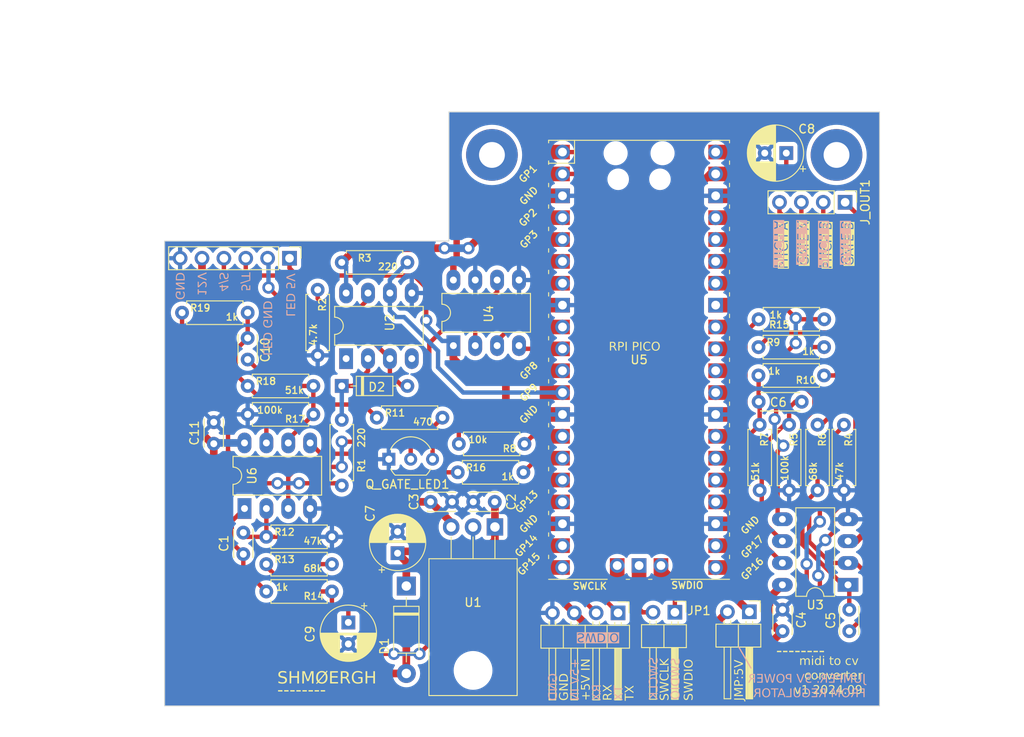
<source format=kicad_pcb>
(kicad_pcb (version 20240108) (generator "pcbnew") (generator_version "8.0")
  (layers (0 "F.Cu" signal) (31 "B.Cu" signal) (34 "B.Paste" user) (35 "F.Paste" user) (36 "B.SilkS" user "B.Silkscreen") (37 "F.SilkS" user "F.Silkscreen") (38 "B.Mask" user) (39 "F.Mask" user) (44 "Edge.Cuts" user))
  (net 0 "")
  (net 1 "Net-(D1-K)")
  (net 2 "GND")
  (net 3 "+12V")
  (net 4 "Net-(C5-Pad1)")
  (net 5 "Net-(U3A--)")
  (net 6 "Net-(C6-Pad1)")
  (net 7 "Net-(U3B--)")
  (net 8 "Net-(D2-K)")
  (net 9 "MIDI_5T")
  (net 10 "LED_GND")
  (net 11 "+5V")
  (net 12 "MIDI_4R")
  (net 13 "UART_TX")
  (net 14 "UART_RX")
  (net 15 "Net-(Q_GATE_LED1-B)")
  (net 16 "Net-(Q_GATE_LED1-C)")
  (net 17 "Net-(U2-VO1)")
  (net 18 "+3.3V")
  (net 19 "MIDI_IN")
  (net 20 "LED_OUT")
  (net 23 "DAC_A")
  (net 24 "DAC_CS")
  (net 25 "DAC_SCK")
  (net 26 "DAC_SDI")
  (net 48 "Net-(J_SWCLKDIO1-Pin_1)")
  (net 50 "Net-(J_SWCLKDIO1-Pin_2)")
  (net 51 "Net-(JP1-B)")
  (net 76 "Net-(U6A--)")
  (net 77 "Net-(C1-Pad1)")
  (net 78 "Net-(U3B-+)")
  (net 79 "Net-(U6B-+)")
  (net 80 "Net-(U6B--)")
  (net 81 "Net-(C10-Pad1)")
  (net 82 "PITCH_A")
  (net 83 "PITCH_B")
  (net 84 "GATE_B")
  (net 85 "GATE_A")
  (net 86 "GATE_A_TRIG")
  (net 87 "GATE_B_TRIG")
  (net 88 "DAC_B")
  (footprint "Capacitor_THT:CP_Radial_D6.3mm_P2.50mm" (layer "F.Cu") (at 143.168379 57.785 180)
    (property "Reference" "C8")
    (property "Value" "1u")
  )
  (footprint "MountingHole:MountingHole_3mm_Pad" (layer "F.Cu") (at 149 58)
    (property "Reference" "H2" (hide yes))
    (property "Value" "MountingHole")
  )
  (footprint "Shmoergh_Custom_Footprints:R_Axial_DIN0207_L6.3mm_D2.5mm_P7.62mm_Horizontal" (layer "F.Cu") (at 140.081 89.340867 -90)
    (property "Reference" "R7")
    (property "Value" "51k")
  )
  (footprint "Package_DIP:DIP-8_W7.62mm_LongPads" (layer "F.Cu") (at 150.334868 107.941129 180)
    (property "Reference" "U3")
    (property "Value" "LM358")
  )
  (footprint "Shmoergh_Custom_Footprints:R_Axial_DIN0207_L6.3mm_D2.5mm_P7.62mm_Horizontal" (layer "F.Cu") (at 90.424 108.712 180)
    (property "Reference" "R14")
    (property "Value" "1k")
  )
  (footprint "Connector_PinHeader_2.54mm:PinHeader_1x02_P2.54mm_Horizontal" (layer "F.Cu") (at 138.876458 111.070643 -90)
    (property "Reference" "JP1")
    (property "Value" "Jumper_2_Open")
  )
  (footprint "Connector_PinHeader_2.54mm:PinHeader_1x04_P2.54mm_Horizontal" (layer "F.Cu") (at 123.636458 111.197643 -90)
    (property "Reference" "J_SWD_IO1" (hide yes))
    (property "Value" "Conn_01x04")
  )
  (footprint "Shmoergh_Custom_Footprints:R_Axial_DIN0207_L6.3mm_D2.5mm_P7.62mm_Horizontal" (layer "F.Cu") (at 147.574 77.089 180)
    (property "Reference" "R15")
    (property "Value" "1k")
  )
  (footprint "Shmoergh_Custom_Footprints:R_Axial_DIN0207_L6.3mm_D2.5mm_P7.62mm_Horizontal" (layer "F.Cu") (at 80.645 84.836)
    (property "Reference" "R18")
    (property "Value" "51k")
  )
  (footprint "Capacitor_THT:C_Disc_D3.0mm_W2.0mm_P2.50mm" (layer "F.Cu") (at 101.874 98.298)
    (property "Reference" "C3")
    (property "Value" "100n")
  )
  (footprint "Package_DIP:DIP-8_W7.62mm_LongPads" (layer "F.Cu") (at 80.274 99.075 90)
    (property "Reference" "U6")
    (property "Value" "LM358")
  )
  (footprint "MountingHole:MountingHole_3mm_Pad" (layer "F.Cu") (at 109 58)
    (property "Reference" "H1" (hide yes))
    (property "Value" "MountingHole")
  )
  (footprint "Capacitor_THT:C_Disc_D3.0mm_W2.0mm_P2.50mm" (layer "F.Cu") (at 109.327 98.298 180)
    (property "Reference" "C2")
    (property "Value" "330n")
  )
  (footprint "Shmoergh_Custom_Footprints:R_Axial_DIN0207_L6.3mm_D2.5mm_P7.62mm_Horizontal" (layer "F.Cu") (at 139.940528 80.323867)
    (property "Reference" "R9")
    (property "Value" "1k")
  )
  (footprint "Capacitor_THT:CP_Radial_D6.3mm_P2.50mm" (layer "F.Cu") (at 98.044 104.267 90)
    (property "Reference" "C7")
    (property "Value" "10u")
  )
  (footprint "Capacitor_THT:C_Disc_D3.0mm_W2.0mm_P2.50mm" (layer "F.Cu") (at 80.645 79.268 -90)
    (property "Reference" "C10")
    (property "Value" "22p")
  )
  (footprint "Package_TO_SOT_THT:TO-220-3_Horizontal_TabDown" (layer "F.Cu") (at 109.347 101.219 180)
    (property "Reference" "U1")
    (property "Value" "LM7805_TO220")
  )
  (footprint "Shmoergh_Custom_Footprints:R_Axial_DIN0207_L6.3mm_D2.5mm_P7.62mm_Horizontal" (layer "F.Cu") (at 146.798528 89.340867 -90)
    (property "Reference" "R6")
    (property "Value" "68k")
  )
  (footprint "Shmoergh_Custom_Footprints:R_Axial_DIN0207_L6.3mm_D2.5mm_P7.62mm_Horizontal" (layer "F.Cu") (at 95.631 88.519)
    (property "Reference" "R11")
    (property "Value" "470")
  )
  (footprint "Diode_THT:D_DO-41_SOD81_P10.16mm_Horizontal" (layer "F.Cu") (at 99.06 108.077 -90)
    (property "Reference" "D1")
    (property "Value" "1N4001")
  )
  (footprint "Capacitor_THT:C_Disc_D3.0mm_W2.0mm_P2.50mm" (layer "F.Cu") (at 80.137 104.374 90)
    (property "Reference" "C1")
    (property "Value" "22p")
  )
  (footprint "Package_TO_SOT_THT:TO-92_Inline_Wide" (layer "F.Cu") (at 97.028 93.345)
    (property "Reference" "Q_GATE_LED1")
    (property "Value" "2N3904")
  )
  (footprint "Connector_PinHeader_2.54mm:PinHeader_1x04_P2.54mm_Vertical" (layer "F.Cu") (at 150 63.5 -90)
    (property "Reference" "J_OUT1")
    (property "Value" "Conn_01x04")
  )
  (footprint "Capacitor_THT:CP_Radial_D6.3mm_P2.50mm" (layer "F.Cu") (at 92.329 112.308 -90)
    (property "Reference" "C9")
    (property "Value" "1u")
  )
  (footprint "Shmoergh_Custom_Footprints:R_Axial_DIN0207_L6.3mm_D2.5mm_P7.62mm_Horizontal" (layer "F.Cu") (at 73.025 76.327)
    (property "Reference" "R19")
    (property "Value" "1k")
  )
  (footprint "Shmoergh_Custom_Footprints:R_Axial_DIN0207_L6.3mm_D2.5mm_P7.62mm_Horizontal" (layer "F.Cu") (at 147.554967 83.615908 180)
    (property "Reference" "R10")
    (property "Value" "1k")
  )
  (footprint "Shmoergh_Custom_Footprints:R_Axial_DIN0207_L6.3mm_D2.5mm_P7.62mm_Horizontal" (layer "F.Cu") (at 143.496528 89.340867 -90)
    (property "Reference" "R5")
    (property "Value" "100k")
  )
  (footprint "Capacitor_THT:C_Disc_D4.3mm_W1.9mm_P5.00mm" (layer "F.Cu") (at 139.960528 86.673867)
    (property "Reference" "C6")
    (property "Value" "22p")
  )
  (footprint "Shmoergh_Custom_Footprints:R_Axial_DIN0207_L6.3mm_D2.5mm_P7.62mm_Horizontal" (layer "F.Cu") (at 149.86 89.340867 -90)
    (property "Reference" "R4")
    (property "Value" "47k")
  )
  (footprint "Shmoergh_Custom_Footprints:R_Axial_DIN0207_L6.3mm_D2.5mm_P7.62mm_Horizontal" (layer "F.Cu") (at 91.567 88.773 -90)
    (property "Reference" "R1")
    (property "Value" "220")
  )
  (footprint "Capacitor_THT:C_Disc_D3.0mm_W2.0mm_P2.50mm" (layer "F.Cu") (at 76.708 91.547 90)
    (property "Reference" "C11")
    (property "Value" "100n")
  )
  (footprint "Shmoergh_Custom_Footprints:R_Axial_DIN0207_L6.3mm_D2.5mm_P7.62mm_Horizontal" (layer "F.Cu") (at 91.564061 70.485)
    (property "Reference" "R3")
    (property "Value" "220")
  )
  (footprint "Shmoergh_Custom_Footprints:R_Axial_DIN0207_L6.3mm_D2.5mm_P7.62mm_Horizontal" (layer "F.Cu") (at 88.770061 73.66 -90)
    (property "Reference" "R2")
    (property "Value" "4.7k")
  )
  (footprint "Shmoergh_Custom_Footprints:R_Axial_DIN0207_L6.3mm_D2.5mm_P7.62mm_Horizontal" (layer "F.Cu") (at 88.265 88.138 180)
    (property "Reference" "R17")
    (property "Value" "100k")
  )
  (footprint "MCU_RaspberryPi_and_Boards:RPi_Pico_SMD_TH" (layer "F.Cu") (at 126.07944 81.797)
    (property "Reference" "U5")
    (property "Value" "Pico")
  )
  (footprint "Capacitor_THT:C_Disc_D3.0mm_W2.0mm_P2.50mm" (layer "F.Cu") (at 150.481528 110.823867 -90)
    (property "Reference" "C5")
    (property "Value" "22p")
  )
  (footprint "Shmoergh_Custom_Footprints:R_Axial_DIN0207_L6.3mm_D2.5mm_P7.62mm_Horizontal" (layer "F.Cu") (at 112.776 91.567 180)
    (property "Reference" "R8")
    (property "Value" "10k")
  )
  (footprint "Capacitor_THT:C_Disc_D3.0mm_W2.0mm_P2.50mm" (layer "F.Cu") (at 142.734528 113.323867 90)
    (property "Reference" "C4")
    (property "Value" "100n")
  )
  (footprint "Diode_THT:D_DO-35_SOD27_P7.62mm_Horizontal" (layer "F.Cu") (at 91.564061 84.836)
    (property "Reference" "D2")
    (property "Value" "1N4148")
  )
  (footprint "Shmoergh_Custom_Footprints:R_Axial_DIN0207_L6.3mm_D2.5mm_P7.62mm_Horizontal" (layer "F.Cu") (at 105.029 94.869)
    (property "Reference" "R16")
    (property "Value" "1k")
  )
  (footprint "Connector_PinHeader_2.54mm:PinHeader_1x06_P2.54mm_Vertical" (layer "F.Cu") (at 85.5 70 -90)
    (property "Reference" "J_IN1" (hide yes))
    (property "Value" "Conn_01x06")
  )
  (footprint "Connector_PinHeader_2.54mm:PinHeader_1x02_P2.54mm_Horizontal" (layer "F.Cu") (at 130.235458 111.127643 -90)
    (property "Reference" "J_SWCLKDIO1" (hide yes))
    (property "Value" "Conn_01x02")
  )
  (footprint "Package_DIP:DIP-8_W7.62mm_LongPads" (layer "F.Cu") (at 104.521 80.152 90)
    (property "Reference" "U4")
    (property "Value" "MCP4822")
  )
  (footprint "Shmoergh_Custom_Footprints:R_Axial_DIN0207_L6.3mm_D2.5mm_P7.62mm_Horizontal" (layer "F.Cu") (at 82.804 105.537)
    (property "Reference" "R13")
    (property "Value" "68k")
  )
  (footprint "Shmoergh_Custom_Footprints:R_Axial_DIN0207_L6.3mm_D2.5mm_P7.62mm_Horizontal" (layer "F.Cu") (at 82.804 102.362)
    (property "Reference" "R12")
    (property "Value" "47k")
  )
  (footprint "Package_DIP:DIP-8_W7.62mm_LongPads" (layer "F.Cu") (at 92.072061 81.661 90)
    (property "Reference" "U2")
    (property "Value" "6N138")
  )
  (gr_line (start 139.065 117.602) (end 137.668 115.189) (stroke (width 0.15)) (layer "B.SilkS"))
  (gr_poly (pts (xy 104 53) (xy 154 53) (xy 154 122) (xy 71 122) (xy 71 68) (xy 104 68)) (stroke (width 0.1)) (fill none) (layer "Edge.Cuts"))
  (gr_text "GATE B" (at 149.352 65.659 270) (layer "B.SilkS" knockout) (effects (font (size 1 1)) (justify right bottom mirror)))
  (gr_text "JUMPER: 5V POWER \nFROM REGULATOR" (at 152.4 121.158 0) (layer "B.SilkS") (effects (font (size 1 1)) (justify left bottom mirror)))
  (gr_text "12V" (at 74.676 71.628 270) (layer "B.SilkS") (effects (font (size 1 1)) (justify right bottom mirror)))
  (gr_text "LED GND" (at 82.296 74.93 270) (layer "B.SilkS") (effects (font (size 1 1)) (justify right bottom mirror)))
  (gr_text "GND" (at 116.713 121.412 90) (layer "B.SilkS") (effects (font (size 1 1)) (justify right bottom mirror)))
  (gr_text "+5V IN" (at 119.253 121.412 90) (layer "B.SilkS") (effects (font (size 1 1)) (justify right bottom mirror)))
  (gr_text "LED 5V" (at 84.963 71.755 270) (layer "B.SilkS") (effects (font (size 1 1)) (justify right bottom mirror)))
  (gr_text "SWCLK" (at 128.397 121.285 90) (layer "B.SilkS") (effects (font (size 1 1)) (justify right bottom mirror)))
  (gr_text "5/T" (at 79.756 71.628 270) (layer "B.SilkS") (effects (font (size 1 1)) (justify right bottom mirror)))
  (gr_text "SWDIO" (at 130.937 121.285 90) (layer "B.SilkS") (effects (font (size 1 1)) (justify right bottom mirror)))
  (gr_text "PITCH B" (at 146.812 65.659 270) (layer "B.SilkS" knockout) (effects (font (size 1 1)) (justify right bottom mirror)))
  (gr_text "GATE A" (at 144.272 65.659 270) (layer "B.SilkS" knockout) (effects (font (size 1 1)) (justify right bottom mirror)))
  (gr_text "PITCH A" (at 141.605 65.659 270) (layer "B.SilkS" knockout) (effects (font (size 1 1)) (justify right bottom mirror)))
  (gr_text "TX" (at 124.333 121.412 90) (layer "B.SilkS") (effects (font (size 1 1)) (justify right bottom mirror)))
  (gr_text "RX" (at 121.793 121.412 90) (layer "B.SilkS") (effects (font (size 1 1)) (justify right bottom mirror)))
  (gr_text "    SWDIO    " (at 117.094 113.411 180) (layer "B.SilkS" knockout) (effects (font (size 1 1)) (justify left bottom mirror)))
  (gr_text "GND" (at 72.136 71.628 270) (layer "B.SilkS") (effects (font (size 1 1)) (justify right bottom mirror)))
  (gr_text "4/S" (at 77.216 71.628 270) (layer "B.SilkS") (effects (font (size 1 1)) (justify right bottom mirror)))
  (gr_text "+5V IN" (at 120.523 121.412 90) (layer "F.SilkS") (effects (font (size 1 1)) (justify left bottom)))
  (gr_text "RX" (at 123.063 121.412 90) (layer "F.SilkS") (effects (font (size 1 1)) (justify left bottom)))
  (gr_text "RPI PICO" (at 122.555 80.899 0) (layer "F.SilkS") (effects (font (size 1 1)) (justify left bottom)))
  (gr_text "GATE B" (at 151.13 65.786 90) (layer "F.SilkS" knockout) (effects (font (size 1 1)) (justify right bottom)))
  (gr_text "midi to cv \nconverter\nv1 2024.09" (at 152.019 120.777 0) (layer "F.SilkS") (effects (font (size 1 1)) (justify right bottom)))
  (gr_text "GATE A" (at 145.923 65.786 90) (layer "F.SilkS" knockout) (effects (font (size 1 1)) (justify right bottom)))
  (gr_text "PITCH A" (at 143.51 65.786 90) (layer "F.SilkS" knockout) (effects (font (size 1 1)) (justify right bottom)))
  (gr_text "JMP:5V" (at 138.303 121.412 90) (layer "F.SilkS") (effects (font (size 1 1)) (justify left bottom)))
  (gr_text "--------" (at 84.074 121.031 0) (layer "F.SilkS") (effects (font (size 1.4 1.4)) (justify left bottom)))
  (gr_text "PITCH B" (at 148.59 65.786 90) (layer "F.SilkS" knockout) (effects (font (size 1 1)) (justify right bottom)))
  (gr_text "TX" (at 125.603 121.412 90) (layer "F.SilkS") (effects (font (size 1 1)) (justify left bottom)))
  (gr_text "SWDIO" (at 132.461 121.412 90) (layer "F.SilkS") (effects (font (size 1 1)) (justify left bottom)))
  (gr_text "SWCLK" (at 129.667 121.412 90) (layer "F.SilkS") (effects (font (size 1 1)) (justify left bottom)))
  (gr_text "SHMØERGH" (at 84.074 119.633999 0) (layer "F.SilkS") (effects (font (size 1.4 1.4)) (justify left bottom)))
  (gr_text "--------" (at 141.986 116.459 0) (layer "F.SilkS") (effects (font (size 1.4 1.4)) (justify left bottom)))
  (gr_text "GND" (at 117.983 121.412 90) (layer "F.SilkS") (effects (font (size 1 1)) (justify left bottom)))
  (segment (start 99.06 108.077) (end 99.06 105.283) (width 0.889) (layer "F.Cu") (net 1))
  (segment (start 98.258621 104.052379) (end 108.037621 104.052379) (width 0.889) (layer "F.Cu") (net 1))
  (segment (start 109.347 98.318) (end 109.327 98.298) (width 0.889) (layer "F.Cu") (net 1))
  (segment (start 99.06 105.283) (end 98.044 104.267) (width 0.889) (layer "F.Cu") (net 1))
  (segment (start 98.044 104.267) (end 98.258621 104.052379) (width 0.889) (layer "F.Cu") (net 1))
  (segment (start 108.037621 104.052379) (end 109.347 102.743) (width 0.889) (layer "F.Cu") (net 1))
  (segment (start 109.347 101.219) (end 109.347 98.318) (width 0.889) (layer "F.Cu") (net 1))
  (segment (start 109.347 102.743) (end 109.347 101.219) (width 0.889) (layer "F.Cu") (net 1))
  (segment (start 99.06 118.237) (end 99.06 114.808) (width 0.889) (layer "F.Cu") (net 3))
  (segment (start 79.629 118.237) (end 99.06 118.237) (width 0.889) (layer "F.Cu") (net 3))
  (segment (start 75.34 86.331) (end 75.34 70) (width 0.889) (layer "F.Cu") (net 3))
  (segment (start 100.838 113.03) (end 110.363 113.03) (width 0.889) (layer "F.Cu") (net 3))
  (segment (start 99.06 114.808) (end 100.838 113.03) (width 0.889) (layer "F.Cu") (net 3))
  (segment (start 139.853395 116.205) (end 142.734528 113.323867) (width 0.889) (layer "F.Cu") (net 3))
  (segment (start 142.333528 113.323867) (end 141.210628 112.200967) (width 0.889) (layer "F.Cu") (net 3))
  (segment (start 74.676 86.995) (end 75.34 86.331) (width 0.889) (layer "F.Cu") (net 3))
  (segment (start 110.363 113.03) (end 113.538 116.205) (width 0.889) (layer "F.Cu") (net 3))
  (segment (start 76.708 91.547) (end 76.5075 91.547) (width 0.889) (layer "F.Cu") (net 3))
  (segment (start 142.734528 113.323867) (end 142.333528 113.323867) (width 0.889) (layer "F.Cu") (net 3))
  (segment (start 141.210628 109.445369) (end 142.714868 107.941129) (width 0.889) (layer "F.Cu") (net 3))
  (segment (start 76.708 115.316) (end 79.629 118.237) (width 0.889) (layer "F.Cu") (net 3))
  (segment (start 113.538 116.205) (end 139.853395 116.205) (width 0.889) (layer "F.Cu") (net 3))
  (segment (start 74.676 89.7155) (end 74.676 86.995) (width 0.889) (layer "F.Cu") (net 3))
  (segment (start 76.708 91.547) (end 76.708 115.316) (width 0.889) (layer "F.Cu") (net 3))
  (segment (start 76.5075 91.547) (end 74.676 89.7155) (width 0.889) (layer "F.Cu") (net 3))
  (segment (start 141.210628 112.200967) (end 141.210628 109.445369) (width 0.889) (layer "F.Cu") (net 3))
  (segment (start 80.274 91.455) (end 76.8 91.455) (width 0.889) (layer "B.Cu") (net 3))
  (segment (start 76.8 91.455) (end 76.708 91.547) (width 0.889) (layer "B.Cu") (net 3))
  (segment (start 145.034 103.251) (end 149.724129 107.941129) (width 0.508) (layer "F.Cu") (net 4))
  (segment (start 146.036528 80.323867) (end 145.034 81.326395) (width 0.508) (layer "F.Cu") (net 4))
  (segment (start 145.034 81.326395) (end 145.034 84.679552) (width 0.508) (layer "F.Cu") (net 4))
  (segment (start 147.560528 80.323867) (end 146.036528 80.323867) (width 0.508) (layer "F.Cu") (net 4))
  (segment (start 145.034 84.679552) (end 146.431 86.076552) (width 0.508) (layer "F.Cu") (net 4))
  (segment (start 149.724129 107.941129) (end 150.334868 107.941129) (width 0.508) (layer "F.Cu") (net 4))
  (segment (start 150.481528 108.087789) (end 150.334868 107.941129) (width 0.508) (layer "F.Cu") (net 4))
  (segment (start 145.034 88.996341) (end 145.034 103.251) (width 0.508) (layer "F.Cu") (net 4))
  (segment (start 146.431 86.076552) (end 146.431 87.599341) (width 0.508) (layer "F.Cu") (net 4))
  (segment (start 146.431 87.599341) (end 145.034 88.996341) (width 0.508) (layer "F.Cu") (net 4))
  (segment (start 150.481528 110.823867) (end 150.481528 108.087789) (width 0.508) (layer "F.Cu") (net 4))
  (segment (start 146.798528 96.960867) (end 146.798528 92.515867) (width 0.508) (layer "F.Cu") (net 5))
  (segment (start 148.297681 105.401129) (end 150.334868 105.401129) (width 0.508) (layer "F.Cu") (net 5))
  (segment (start 152.654 111.151395) (end 152.654 106.812261) (width 0.508) (layer "F.Cu") (net 5))
  (segment (start 145.8214 97.937995) (end 145.8214 102.924848) (width 0.508) (layer "F.Cu") (net 5))
  (segment (start 146.798528 96.960867) (end 145.8214 97.937995) (width 0.508) (layer "F.Cu") (net 5))
  (segment (start 146.798528 92.515867) (end 149.86 89.454395) (width 0.508) (layer "F.Cu") (net 5))
  (segment (start 151.242868 105.401129) (end 150.334868 105.401129) (width 0.508) (layer "F.Cu") (net 5))
  (segment (start 150.481528 113.323867) (end 152.654 111.151395) (width 0.508) (layer "F.Cu") (net 5))
  (segment (start 152.654 106.812261) (end 151.242868 105.401129) (width 0.508) (layer "F.Cu") (net 5))
  (segment (start 145.8214 102.924848) (end 148.297681 105.401129) (width 0.508) (layer "F.Cu") (net 5))
  (segment (start 149.86 89.454395) (end 149.86 89.340867) (width 0.508) (layer "F.Cu") (net 5))
  (segment (start 139.960528 83.641469) (end 139.934967 83.615908) (width 0.508) (layer "F.Cu") (net 6))
  (segment (start 140.081 86.794339) (end 139.960528 86.673867) (width 0.508) (layer "F.Cu") (net 6))
  (segment (start 139.960528 86.673867) (end 139.960528 83.641469) (width 0.508) (layer "F.Cu") (net 6))
  (segment (start 138.303 91.118867) (end 140.081 89.340867) (width 0.508) (layer "F.Cu") (net 6))
  (segment (start 142.714868 105.401129) (end 138.303 100.989261) (width 0.508) (layer "F.Cu") (net 6))
  (segment (start 138.303 100.989261) (end 138.303 91.118867) (width 0.508) (layer "F.Cu") (net 6))
  (segment (start 140.081 89.340867) (end 140.081 86.794339) (width 0.508) (layer "F.Cu") (net 6))
  (segment (start 144.212133 86.673867) (end 143.496528 87.389472) (width 0.508) (layer "F.Cu") (net 7))
  (segment (start 140.321528 96.720339) (end 140.321528 91.961472) (width 0.508) (layer "F.Cu") (net 7))
  (segment (start 142.942133 89.340867) (end 143.496528 89.340867) (width 0.508) (layer "F.Cu") (net 7))
  (segment (start 140.321528 100.467789) (end 140.321528 97.201395) (width 0.508) (layer "F.Cu") (net 7))
  (segment (start 140.321528 97.201395) (end 140.081 96.960867) (width 0.508) (layer "F.Cu") (net 7))
  (segment (start 144.960528 86.673867) (end 144.212133 86.673867) (width 0.508) (layer "F.Cu") (net 7))
  (segment (start 140.081 96.960867) (end 140.321528 96.720339) (width 0.508) (layer "F.Cu") (net 7))
  (segment (start 140.321528 91.961472) (end 142.942133 89.340867) (width 0.508) (layer "F.Cu") (net 7))
  (segment (start 143.496528 87.389472) (end 143.496528 89.340867) (width 0.508) (layer "F.Cu") (net 7))
  (segment (start 142.714868 102.861129) (end 140.321528 100.467789) (width 0.508) (layer "F.Cu") (net 7))
  (segment (start 91.564061 84.836) (end 92.872061 84.836) (width 0.508) (layer "F.Cu") (net 8))
  (segment (start 94.612061 83.096) (end 94.612061 81.661) (width 0.508) (layer "F.Cu") (net 8))
  (segment (start 91.567 84.838939) (end 91.564061 84.836) (width 0.508) (layer "F.Cu") (net 8))
  (segment (start 92.872061 84.836) (end 94.612061 83.096) (width 0.508) (layer "F.Cu") (net 8))
  (segment (start 91.567 84.838939) (end 91.564061 84.836) (width 0.508) (layer "B.Cu") (net 8))
  (segment (start 91.567 88.773) (end 91.567 84.838939) (width 0.508) (layer "B.Cu") (net 8))
  (segment (start 99.184061 84.836) (end 98.554061 84.836) (width 0.508) (layer "F.Cu") (net 9))
  (segment (start 84.582 72.009) (end 80.899 72.009) (width 0.508) (layer "F.Cu") (net 9))
  (segment (start 80.899 72.009) (end 80.42 71.53) (width 0.508) (layer "F.Cu") (net 9))
  (segment (start 97.152061 81.661) (end 93.596061 78.105) (width 0.508) (layer "F.Cu") (net 9))
  (segment (start 80.42 71.53) (end 80.42 70) (width 0.508) (layer "F.Cu") (net 9))
  (segment (start 98.554061 84.836) (end 97.152061 83.434) (width 0.508) (layer "F.Cu") (net 9))
  (segment (start 90.678 78.105) (end 84.582 72.009) (width 0.508) (layer "F.Cu") (net 9))
  (segment (start 97.152061 83.434) (end 97.152061 81.661) (width 0.508) (layer "F.Cu") (net 9))
  (segment (start 93.596061 78.105) (end 90.678 78.105) (width 0.508) (layer "F.Cu") (net 9))
  (segment (start 86.233 82.296) (end 86.995 83.058) (width 0.508) (layer "F.Cu") (net 10))
  (segment (start 86.995 83.058) (end 89.281 83.058) (width 0.508) (layer "F.Cu") (net 10))
  (segment (start 86.233 76.581) (end 86.233 82.296) (width 0.508) (layer "F.Cu") (net 10))
  (segment (start 89.916 86.487) (end 90.424 86.995) (width 0.508) (layer "F.Cu") (net 10))
  (segment (start 89.281 83.058) (end 89.916 83.693) (width 0.508) (layer "F.Cu") (net 10))
  (segment (start 89.916 83.693) (end 89.916 86.487) (width 0.508) (layer "F.Cu") (net 10))
  (segment (start 94.107 86.995) (end 95.631 88.519) (width 0.508) (layer "F.Cu") (net 10))
  (segment (start 83.058 73.406) (end 86.233 76.581) (width 0.508) (layer "F.Cu") (net 10))
  (segment (start 90.424 86.995) (end 94.107 86.995) (width 0.508) (layer "F.Cu") (net 10))
  (via (at 83.058 73.406) (size 1.4224) (drill 0.8128) (layers "F.Cu" "B.Cu") (net 10))
  (segment (start 83.058 70.098) (end 82.96 70) (width 0.508) (layer "B.Cu") (net 10))
  (segment (start 83.058 73.406) (end 83.058 70.098) (width 0.508) (layer "B.Cu") (net 10))
  (segment (start 134.96944 60.207) (end 134.36164 60.207) (width 0.889) (layer "F.Cu") (net 11))
  (segment (start 99.945773 72.009) (end 86.36 72.009) (width 0.508) (layer "F.Cu") (net 11))
  (segment (start 131.318 63.25064) (end 131.318 106.553) (width 0.889) (layer "F.Cu") (net 11))
  (segment (start 113.157 108.204) (end 113.157 98.552) (width 0.889) (layer "F.Cu") (net 11))
  (segment (start 133.604 108.839) (end 136.644815 108.839) (width 0.889) (layer "F.Cu") (net 11))
  (segment (start 86.36 72.009) (end 85.5 71.149) (width 0.508) (layer "F.Cu") (net 11))
  (segment (start 116.070815 108.712) (end 113.665 108.712) (width 0.889) (layer "F.Cu") (net 11))
  (segment (start 118.556458 111.197643) (end 116.070815 108.712) (width 0.889) (layer "F.Cu") (net 11))
  (segment (start 113.157 98.552) (end 110.617 96.012) (width 0.889) (layer "F.Cu") (net 11))
  (segment (start 134.36164 60.207) (end 131.318 63.25064) (width 0.889) (layer "F.Cu") (net 11))
  (segment (start 85.5 71.149) (end 85.5 70) (width 0.508) (layer "F.Cu") (net 11))
  (segment (start 121.150815 113.792) (end 130.81 113.792) (width 0.889) (layer "F.Cu") (net 11))
  (segment (start 133.604 110.998) (end 133.604 108.839) (width 0.889) (layer "F.Cu") (net 11))
  (segment (start 106.172 83.312) (end 104.521 81.661) (width 0.889) (layer "F.Cu") (net 11))
  (segment (start 131.318 106.553) (end 133.604 108.839) (width 0.889) (layer "F.Cu") (net 11))
  (segment (start 104.521 81.661) (end 104.521 80.152) (width 0.889) (layer "F.Cu") (net 11))
  (segment (start 101.3714 73.434627) (end 99.945773 72.009) (width 0.508) (layer "F.Cu") (net 11))
  (segment (start 130.81 113.792) (end 133.604 110.998) (width 0.889) (layer "F.Cu") (net 11))
  (segment (start 101.3714 77.216) (end 101.3714 73.434627) (width 0.508) (layer "F.Cu") (net 11))
  (segment (start 113.665 108.712) (end 113.157 108.204) (width 0.889) (layer "F.Cu") (net 11))
  (segment (start 118.556458 111.197643) (end 121.150815 113.792) (width 0.889) (layer "F.Cu") (net 11))
  (segment (start 110.617 96.012) (end 110.617 84.455) (width 0.889) (layer "F.Cu") (net 11))
  (segment (start 110.617 84.455) (end 109.474 83.312) (width 0.889) (layer "F.Cu") (net 11))
  (segment (start 109.474 83.312) (end 106.172 83.312) (width 0.889) (layer "F.Cu") (net 11))
  (segment (start 136.644815 108.839) (end 138.876458 111.070643) (width 0.889) (layer "F.Cu") (net 11))
  (via (at 101.3714 77.216) (size 1.4224) (drill 0.8128) (layers "F.Cu" "B.Cu") (net 11))
  (segment (start 101.3714 77.216) (end 101.3714 77.7494) (width 0.508) (layer "B.Cu") (net 11))
  (segment (start 85.471 70.029) (end 85.5 70) (width 0.508) (layer "B.Cu") (net 11))
  (segment (start 101.3714 77.7494) (end 103.224417 79.602417) (width 0.508) (layer "B.Cu") (net 11))
  (segment (start 103.971417 79.602417) (end 104.521 80.152) (width 0.508) (layer "B.Cu") (net 11))
  (segment (start 103.224417 79.602417) (end 103.971417 79.602417) (width 0.508) (layer "B.Cu") (net 11))
  (segment (start 78.359 92.416913) (end 78.359 73.787) (width 0.508) (layer "F.Cu") (net 12))
  (segment (start 82.081087 96.139) (end 78.359 92.416913) (width 0.508) (layer "F.Cu") (net 12))
  (segment (start 77.88 73.308) (end 77.88 70) (width 0.508) (layer "F.Cu") (net 12))
  (segment (start 91.313 96.139) (end 86.5986 96.139) (width 0.508) (layer "F.Cu") (net 12))
  (segment (start 84.1094 96.139) (end 82.081087 96.139) (width 0.508) (layer "F.Cu") (net 12))
  (segment (start 91.567 96.393) (end 91.313 96.139) (width 0.508) (layer "F.Cu") (net 12))
  (segment (start 78.359 73.787) (end 77.88 73.308) (width 0.508) (layer "F.Cu") (net 12))
  (via (at 86.5986 96.139) (size 1.4224) (drill 0.8128) (layers "F.Cu" "B.Cu") (net 12))
  (via (at 84.1094 96.139) (size 1.4224) (drill 0.8128) (layers "F.Cu" "B.Cu") (net 12))
  (segment (start 86.5986 96.139) (end 84.1094 96.139) (width 0.508) (layer "B.Cu") (net 12))
  (segment (start 121.539 59.309) (end 119.897 57.667) (width 0.508) (layer "F.Cu") (net 13))
  (segment (start 123.636458 111.197643) (end 121.539 109.100185) (width 0.508) (layer "F.Cu") (net 13))
  (segment (start 119.897 57.667) (end 117.18944 57.667) (width 0.508) (layer "F.Cu") (net 13))
  (segment (start 121.539 109.100185) (end 121.539 59.309) (width 0.508) (layer "F.Cu") (net 13))
  (segment (start 120.015 110.116185) (end 120.015 60.579) (width 0.508) (layer "F.Cu") (net 14))
  (segment (start 119.643 60.207) (end 117.18944 60.207) (width 0.508) (layer "F.Cu") (net 14))
  (segment (start 120.015 60.579) (end 119.643 60.207) (width 0.508) (layer "F.Cu") (net 14))
  (segment (start 121.096458 111.197643) (end 120.015 110.116185) (width 0.508) (layer "F.Cu") (net 14))
  (segment (start 104.013 86.868) (end 105.156 88.011) (width 0.508) (layer "F.Cu") (net 15))
  (segment (start 99.568 93.345) (end 99.568 89.281) (width 0.508) (layer "F.Cu") (net 15))
  (segment (start 101.981 86.868) (end 104.013 86.868) (width 0.508) (layer "F.Cu") (net 15))
  (segment (start 105.156 88.011) (end 105.156 91.567) (width 0.508) (layer "F.Cu") (net 15))
  (segment (start 99.568 89.281) (end 101.981 86.868) (width 0.508) (layer "F.Cu") (net 15))
  (segment (start 102.108 93.345) (end 102.108 89.662) (width 0.508) (layer "F.Cu") (net 16))
  (segment (start 102.108 89.662) (end 103.251 88.519) (width 0.508) (layer "F.Cu") (net 16))
  (segment (start 90.284061 76.185) (end 93.205061 76.185) (width 0.508) (layer "F.Cu") (net 17))
  (segment (start 88.770061 73.66) (end 88.770061 74.671) (width 0.508) (layer "F.Cu") (net 17))
  (segment (start 93.205061 76.185) (end 94.612061 74.778) (width 0.508) (layer "F.Cu") (net 17))
  (segment (start 94.612061 74.778) (end 94.612061 74.041) (width 0.508) (layer "F.Cu") (net 17))
  (segment (start 88.770061 74.671) (end 90.284061 76.185) (width 0.508) (layer "F.Cu") (net 17))
  (segment (start 106.2676 68.834) (end 113.411 61.6906) (width 0.889) (layer "F.Cu") (net 18))
  (segment (start 91.564061 70.485) (end 93.215061 68.834) (width 0.889) (layer "F.Cu") (net 18))
  (segment (start 137.37724 67.827) (end 134.96944 67.827) (width 0.889) (layer "F.Cu") (net 18))
  (segment (start 114.808 55.118) (end 138.049 55.118) (width 0.889) (layer "F.Cu") (net 18))
  (segment (start 113.411 61.6906) (end 113.411 56.515) (width 0.889) (layer "F.Cu") (net 18))
  (segment (start 138.938 66.26624) (end 137.37724 67.827) (width 0.889) (layer "F.Cu") (net 18))
  (segment (start 113.411 56.515) (end 114.808 55.118) (width 0.889) (layer "F.Cu") (net 18))
  (segment (start 93.215061 68.834) (end 103.505 68.834) (width 0.889) (layer "F.Cu") (net 18))
  (segment (start 138.049 55.118) (end 138.938 56.007) (width 0.889) (layer "F.Cu") (net 18))
  (segment (start 138.938 56.007) (end 138.938 66.26624) (width 0.889) (layer "F.Cu") (net 18))
  (via (at 106.2676 68.834) (size 1.4224) (drill 0.8128) (layers "F.Cu" "B.Cu") (net 18))
  (via (at 103.505 68.834) (size 1.4224) (drill 0.8128) (layers "F.Cu" "B.Cu") (net 18))
  (segment (start 92.072061 74.041) (end 92.072061 70.993) (width 0.508) (layer "B.Cu") (net 18))
  (segment (start 103.505 68.834) (end 106.2676 68.834) (width 0.889) (layer "B.Cu") (net 18))
  (segment (start 92.072061 70.993) (end 91.564061 70.485) (width 0.508) (layer "B.Cu") (net 18))
  (segment (start 98.806 76.835) (end 102.743 80.772) (width 0.508) (layer "B.Cu") (net 19))
  (segment (start 105.664 85.598) (end 116.078 85.598) (width 0.508) (layer "B.Cu") (net 19))
  (segment (start 97.152061 74.041) (end 97.152061 72.517) (width 0.508) (layer "B.Cu") (net 19))
  (segment (start 116.078 85.598) (end 116.087 85.607) (width 0.508) (layer "B.Cu") (net 19))
  (segment (start 97.152061 72.517) (end 99.184061 70.485) (width 0.508) (layer "B.Cu") (net 19))
  (segment (start 116.087 85.607) (end 117.18944 85.607) (width 0.508) (layer "B.Cu") (net 19))
  (segment (start 102.743 80.772) (end 102.743 82.677) (width 0.508) (layer "B.Cu") (net 19))
  (segment (start 102.743 82.677) (end 105.664 85.598) (width 0.508) (layer "B.Cu") (net 19))
  (segment (start 97.917 76.835) (end 98.806 76.835) (width 0.508) (layer "B.Cu") (net 19))
  (segment (start 97.152061 76.070061) (end 97.917 76.835) (width 0.508) (layer "B.Cu") (net 19))
  (segment (start 97.152061 74.041) (end 97.152061 76.070061) (width 0.508) (layer "B.Cu") (net 19))
  (segment (start 117.18944 90.687) (end 113.656 90.687) (width 0.508) (layer "F.Cu") (net 20))
  (segment (start 113.656 90.687) (end 112.776 91.567) (width 0.508) (layer "F.Cu") (net 20))
  (segment (start 151.892 53.721) (end 153.162 54.991) (width 0.75) (layer "F.Cu") (net 23))
  (segment (start 104.902 70.358) (end 104.902 55.753) (width 0.75) (layer "F.Cu") (net 23))
  (segment (start 104.521 72.532) (end 104.521 70.739) (width 0.75) (layer "F.Cu") (net 23))
  (segment (start 104.521 70.739) (end 104.902 70.358) (width 0.75) (layer "F.Cu") (net 23))
  (segment (start 151.312266 102.861129) (end 150.334868 102.861129) (width 0.75) (layer "F.Cu") (net 23))
  (segment (start 153.148528 101.024867) (end 151.312266 102.861129) (width 0.75) (layer "F.Cu") (net 23))
  (segment (start 106.934 53.721) (end 151.892 53.721) (width 0.75) (layer "F.Cu") (net 23))
  (segment (start 153.162 92.202) (end 153.148528 92.215472) (width 0.75) (layer "F.Cu") (net 23))
  (segment (start 153.162 54.991) (end 153.162 92.202) (width 0.75) (layer "F.Cu") (net 23))
  (segment (start 153.148528 92.215472) (end 153.148528 101.024867) (width 0.75) (layer "F.Cu") (net 23))
  (segment (start 104.902 55.753) (end 106.934 53.721) (width 0.75) (layer "F.Cu") (net 23))
  (segment (start 107.061 80.152) (end 107.061 78.000017) (width 0.508) (layer "F.Cu") (net 24))
  (segment (start 113.538 73.787) (end 114.418 72.907) (width 0.508) (layer "F.Cu") (net 24))
  (segment (start 108.353017 76.708) (end 113.03 76.708) (width 0.508) (layer "F.Cu") (net 24))
  (segment (start 114.418 72.907) (end 117.18944 72.907) (width 0.508) (layer "F.Cu") (net 24))
  (segment (start 107.061 78.000017) (end 108.353017 76.708) (width 0.508) (layer "F.Cu") (net 24))
  (segment (start 113.03 76.708) (end 113.538 76.2) (width 0.508) (layer "F.Cu") (net 24))
  (segment (start 113.538 76.2) (end 113.538 73.787) (width 0.508) (layer "F.Cu") (net 24))
  (segment (start 111.216417 77.987) (end 117.18944 77.987) (width 0.508) (layer "F.Cu") (net 25))
  (segment (start 109.601 80.152) (end 109.601 79.602417) (width 0.508) (layer "F.Cu") (net 25))
  (segment (start 109.601 79.602417) (end 111.216417 77.987) (width 0.508) (layer "F.Cu") (net 25))
  (segment (start 112.507 80.518) (end 112.141 80.152) (width 0.508) (layer "F.Cu") (net 26))
  (segment (start 117.18044 80.518) (end 112.507 80.518) (width 0.508) (layer "F.Cu") (net 26))
  (segment (start 117.18944 80.527) (end 117.18044 80.518) (width 0.508) (layer "F.Cu") (net 26))
  (segment (start 130.235458 107.313018) (end 128.61944 105.697) (width 0.508) (layer "F.Cu") (net 48))
  (segment (start 130.235458 111.127643) (end 130.235458 107.313018) (width 0.508) (layer "F.Cu") (net 48))
  (segment (start 127.695458 111.127643) (end 126.493377 111.127643) (width 0.508) (layer "F.Cu") (net 50))
  (segment (start 123.53944 108.173706) (end 123.53944 105.697) (width 0.508) (layer "F.Cu") (net 50))
  (segment (start 126.493377 111.127643) (end 123.53944 108.173706) (width 0.508) (layer "F.Cu") (net 50))
  (segment (start 96.0121 100.921158) (end 96.0121 109.6011) (width 0.889) (layer "F.Cu") (net 51))
  (segment (start 111.633 111.506) (end 115.0874 114.9604) (width 0.889) (layer "F.Cu") (net 51))
  (segment (start 98.635258 98.298) (end 96.0121 100.921158) (width 0.889) (layer "F.Cu") (net 51))
  (segment (start 115.0874 114.9604) (end 132.446701 114.9604) (width 0.889) (layer "F.Cu") (net 51))
  (segment (start 104.267 100.691) (end 101.874 98.298) (width 0.889) (layer "F.Cu") (net 51))
  (segment (start 96.0121 109.6011) (end 97.917 111.506) (width 0.889) (layer "F.Cu") (net 51))
  (segment (start 101.874 98.298) (end 98.635258 98.298) (width 0.889) (layer "F.Cu") (net 51))
  (segment (start 104.267 101.219) (end 104.267 100.691) (width 0.889) (layer "F.Cu") (net 51))
  (segment (start 97.917 111.506) (end 111.633 111.506) (width 0.889) (layer "F.Cu") (net 51))
  (segment (start 132.446701 114.9604) (end 136.336458 111.070643) (width 0.889) (layer "F.Cu") (net 51))
  (segment (start 88.265 105.537) (end 90.424 105.537) (width 0.508) (layer "F.Cu") (net 76))
  (segment (start 85.09 102.362) (end 88.265 105.537) (width 0.508) (layer "F.Cu") (net 76))
  (segment (start 82.804 102.362) (end 85.09 102.362) (width 0.508) (layer "F.Cu") (net 76))
  (segment (start 82.804 102.362) (end 80.625 102.362) (width 0.508) (layer "F.Cu") (net 76))
  (segment (start 80.625 102.362) (end 80.137 101.874) (width 0.508) (layer "F.Cu") (net 76))
  (segment (start 82.814 102.352) (end 82.804 102.362) (width 0.508) (layer "F.Cu") (net 76))
  (segment (start 82.814 99.075) (end 82.814 102.352) (width 0.508) (layer "F.Cu") (net 76))
  (segment (start 80.274 99.075) (end 78.8036 100.5454) (width 0.508) (layer "F.Cu") (net 77))
  (segment (start 80.137 106.045) (end 80.137 104.374) (width 0.508) (layer "F.Cu") (net 77))
  (segment (start 78.8036 103.0406) (end 80.137 104.374) (width 0.508) (layer "F.Cu") (net 77))
  (segment (start 78.8036 100.5454) (end 78.8036 103.0406) (width 0.508) (layer "F.Cu") (net 77))
  (segment (start 82.804 108.712) (end 80.137 106.045) (width 0.508) (layer "F.Cu") (net 77))
  (segment (start 140.716 61.976) (end 143.168379 59.523621) (width 0.508) (layer "F.Cu") (net 78))
  (segment (start 140.716 73.406) (end 140.716 61.976) (width 0.508) (layer "F.Cu") (net 78))
  (segment (start 144.272 76.962) (end 140.716 73.406) (width 0.508) (layer "F.Cu") (net 78))
  (segment (start 143.168379 59.523621) (end 143.168379 57.785) (width 0.508) (layer "F.Cu") (net 78))
  (segment (start 142.714868 100.321129) (end 142.163128 99.769389) (width 0.508) (layer "F.Cu") (net 78))
  (segment (start 144.272 76.962) (end 144.399 77.089) (width 0.508) (layer "F.Cu") (net 78))
  (segment (start 142.163128 99.769389) (end 142.163128 92.434398) (width 0.508) (layer "F.Cu") (net 78))
  (segment (start 141.986 82.1436) (end 144.272 79.8576) (width 0.508) (layer "F.Cu") (net 78))
  (segment (start 144.399 77.089) (end 147.574 77.089) (width 0.508) (layer "F.Cu") (net 78))
  (segment (start 141.816279 88.70659) (end 141.986 88.536869) (width 0.508) (layer "F.Cu") (net 78))
  (segment (start 141.986 88.536869) (end 141.986 82.1436) (width 0.508) (layer "F.Cu") (net 78))
  (segment (start 142.163128 92.434398) (end 142.825763 91.771763) (width 0.508) (layer "F.Cu") (net 78))
  (via (at 141.816279 88.70659) (size 1.4224) (drill 0.8128) (layers "F.Cu" "B.Cu") (net 78))
  (via (at 144.272 76.962) (size 1.4224) (drill 0.8128) (layers "F.Cu" "B.Cu") (net 78))
  (via (at 144.272 79.8576) (size 1.4224) (drill 0.8128) (layers "F.Cu" "B.Cu") (net 78))
  (via (at 142.825763 91.771763) (size 1.4224) (drill 0.8128) (layers "F.Cu" "B.Cu") (net 78))
  (segment (start 141.816279 88.70659) (end 141.816279 90.762279) (width 0.508) (layer "B.Cu") (net 78))
  (segment (start 144.272 76.962) (end 144.272 79.8576) (width 0.508) (layer "B.Cu") (net 78))
  (segment (start 141.816279 90.762279) (end 142.825763 91.771763) (width 0.508) (layer "B.Cu") (net 78))
  (segment (start 105.029 94.869) (end 95.885 94.869) (width 0.508) (layer "F.Cu") (net 79))
  (segment (start 92.329 100.33) (end 94.742 97.917) (width 0.508) (layer "F.Cu") (net 79))
  (segment (start 94.742 97.917) (end 94.742 95.758) (width 0.508) (layer "F.Cu") (net 79))
  (segment (start 93.726 92.71) (end 89.149 92.71) (width 0.508) (layer "F.Cu") (net 79))
  (segment (start 89.149 92.71) (end 87.894 91.455) (width 0.508) (layer "F.Cu") (net 79))
  (segment (start 92.329 112.308) (end 92.329 100.33) (width 0.508) (layer "F.Cu") (net 79))
  (segment (start 95.885 94.869) (end 93.726 92.71) (width 0.508) (layer "F.Cu") (net 79))
  (segment (start 94.742 95.758) (end 95.758 94.742) (width 0.508) (layer "F.Cu") (net 79))
  (segment (start 88.265 84.836) (end 83.713 84.836) (width 0.508) (layer "F.Cu") (net 80))
  (segment (start 88.265 88.138) (end 88.265 84.836) (width 0.508) (layer "F.Cu") (net 80))
  (segment (start 83.713 84.836) (end 80.645 81.768) (width 0.508) (layer "F.Cu") (net 80))
  (segment (start 85.354 91.455) (end 85.354 91.049) (width 0.508) (layer "F.Cu") (net 80))
  (segment (start 85.354 91.049) (end 88.265 88.138) (width 0.508) (layer "F.Cu") (net 80))
  (segment (start 80.645 79.268) (end 80.645 76.327) (width 0.508) (layer "F.Cu") (net 81))
  (segment (start 79.248 83.439) (end 79.248 80.665) (width 0.508) (layer "F.Cu") (net 81))
  (segment (start 79.248 80.665) (end 80.645 79.268) (width 0.508) (layer "F.Cu") (net 81))
  (segment (start 82.814 91.455) (end 82.814 87.005) (width 0.508) (layer "F.Cu") (net 81))
  (segment (start 82.814 87.005) (end 80.645 84.836) (width 0.508) (layer "F.Cu") (net 81))
  (segment (start 80.645 84.836) (end 79.248 83.439) (width 0.508) (layer "F.Cu") (net 81))
  (segment (start 146.417528 81.974867) (end 148.449528 81.974867) (width 0.508) (layer "F.Cu") (net 82))
  (segment (start 141.651395 78.613) (end 149.211528 78.613) (width 0.508) (layer "F.Cu") (net 82))
  (segment (start 149.211528 71.487528) (end 142.38 64.656) (width 0.508) (layer "F.Cu") (net 82))
  (segment (start 145.972927 82.419468) (end 146.417528 81.974867) (width 0.508) (layer "F.Cu") (net 82))
  (segment (start 149.225 85.852) (end 148.59 85.217) (width 0.508) (layer "F.Cu") (net 82))
  (segment (start 148.449528 81.974867) (end 149.211528 81.212867) (width 0.508) (layer "F.Cu") (net 82))
  (segment (start 146.685 85.217) (end 145.972927 84.504927) (width 0.508) (layer "F.Cu") (net 82))
  (segment (start 145.972927 84.504927) (end 145.972927 82.419468) (width 0.508) (layer "F.Cu") (net 82))
  (segment (start 139.940528 80.323867) (end 141.651395 78.613) (width 0.508) (layer "F.Cu") (net 82))
  (segment (start 139.940528 80.323867) (end 139.940528 79.91958) (width 0.508) (layer "F.Cu") (net 82))
  (segment (start 149.225 87.376) (end 149.225 85.852) (width 0.508) (layer "F.Cu") (net 82))
  (segment (start 149.211528 78.613) (end 149.211528 71.487528) (width 0.508) (layer "F.Cu") (net 82))
  (segment (start 142.38 64.656) (end 142.38 63.5) (width 0.508) (layer "F.Cu") (net 82))
  (segment (start 147.260133 89.340867) (end 149.225 87.376) (width 0.508) (layer "F.Cu") (net 82))
  (segment (start 148.59 85.217) (end 146.685 85.217) (width 0.508) (layer "F.Cu") (net 82))
  (segment (start 149.211528 81.212867) (end 149.211528 78.613) (width 0.508) (layer "F.Cu") (net 82))
  (segment (start 146.798528 89.340867) (end 147.260133 89.340867) (width 0.508) (layer "F.Cu") (net 82))
  (segment (start 148.336 93.345) (end 151.1934 90.4876) (width 0.508) (layer "F.Cu") (net 83))
  (segment (start 100.584 115.951) (end 101.854 114.681) (width 0.508) (layer "F.Cu") (net 83))
  (segment (start 90.424 115.824) (end 90.424 108.712) (width 0.508) (layer "F.Cu") (net 83))
  (segment (start 85.725 108.712) (end 82.804 105.791) (width 0.508) (layer "F.Cu") (net 83))
  (segment (start 109.601 114.681) (end 114.3 119.38) (width 0.508) (layer "F.Cu") (net 83))
  (segment (start 145.542 105.519132) (end 145.531013 105.508145) (width 0.508) (layer "F.Cu") (net 83))
  (segment (start 147.066 100.584) (end 147.066 98.933) (width 0.508) (layer "F.Cu") (net 83))
  (segment (start 148.336 97.663) (end 148.336 93.345) (width 0.508) (layer "F.Cu") (net 83))
  (segment (start 145.542 113.03) (end 145.542 105.519132) (width 0.508) (layer "F.Cu") (net 83))
  (segment (start 147.46 65.037) (end 147.46 63.5) (width 0.508) (layer "F.Cu") (net 83))
  (segment (start 82.804 105.791) (end 82.804 105.537) (width 0.508) (layer "F.Cu") (net 83))
  (segment (start 151.13 86.995) (end 151.13 68.707) (width 0.508) (layer "F.Cu") (net 83))
  (segment (start 139.192 119.38) (end 145.542 113.03) (width 0.508) (layer "F.Cu") (net 83))
  (segment (start 151.13 68.707) (end 147.46 65.037) (width 0.508) (layer "F.Cu") (net 83))
  (segment (start 90.424 108.712) (end 85.725 108.712) (width 0.508) (layer "F.Cu") (net 83))
  (segment (start 147.066 98.933) (end 148.336 97.663) (width 0.508) (layer "F.Cu") (net 83))
  (segment (start 97.6249 115.951) (end 95.885 115.951) (width 0.508) (layer "F.Cu") (net 83))
  (segment (start 114.3 119.38) (end 139.192 119.38) (width 0.508) (layer "F.Cu") (net 83))
  (segment (start 91.44 116.84) (end 90.424 115.824) (width 0.508) (layer "F.Cu") (net 83))
  (segment (start 151.1934 90.4876) (end 151.1934 87.0584) (width 0.508) (layer "F.Cu") (net 83))
  (segment (start 101.854 114.681) (end 109.601 114.681) (width 0.508) (layer "F.Cu") (net 83))
  (segment (start 95.885 115.951) (end 94.996 116.84) (width 0.508) (layer "F.Cu") (net 83))
  (segment (start 94.996 116.84) (end 91.44 116.84) (width 0.508) (layer "F.Cu") (net 83))
  (segment (start 151.1934 87.0584) (end 151.13 86.995) (width 0.508) (layer "F.Cu") (net 83))
  (via (at 147.066 100.584) (size 1.4224) (drill 0.8128) (layers "F.Cu" "B.Cu") (net 83))
  (via (at 100.584 115.951) (size 1.4224) (drill 0.8128) (layers "F.Cu" "B.Cu") (net 83))
  (via (at 145.531013 105.508145) (size 1.4224) (drill 0.8128) (layers "F.Cu" "B.Cu") (net 83))
  (via (at 97.6249 115.951) (size 1.4224) (drill 0.8128) (layers "F.Cu" "B.Cu") (net 83))
  (segment (start 145.531013 102.118987) (end 145.531013 105.508145) (width 0.508) (layer "B.Cu") (net 83))
  (segment (start 147.066 100.584) (end 145.531013 102.118987) (width 0.508) (layer "B.Cu") (net 83))
  (segment (start 100.584 115.951) (end 97.6249 115.951) (width 0.508) (layer "B.Cu") (net 83))
  (segment (start 147.701 102.743) (end 148.59 101.854) (width 0.508) (layer "F.Cu") (net 84))
  (segment (start 148.59 101.854) (end 148.59 99.568) (width 0.508) (layer "F.Cu") (net 84))
  (segment (start 152.094328 65.594328) (end 150 63.5) (width 0.508) (layer "F.Cu") (net 84))
  (segment (start 73.025 114.808) (end 79.248 121.031) (width 0.508) (layer "F.Cu") (net 84))
  (segment (start 148.59 99.568) (end 149.606 98.552) (width 0.508) (layer "F.Cu") (net 84))
  (segment (start 151.384 98.552) (end 152.094328 97.841672) (width 0.508) (layer "F.Cu") (net 84))
  (segment (start 73.025 76.327) (end 73.025 114.808) (width 0.508) (layer "F.Cu") (net 84))
  (segment (start 149.606 98.552) (end 151.384 98.552) (width 0.508) (layer "F.Cu") (net 84))
  (segment (start 79.248 121.031) (end 139.446 121.031) (width 0.508) (layer "F.Cu") (net 84))
  (segment (start 147.066 107.043132) (end 146.884434 106.861566) (width 0.508) (layer "F.Cu") (net 84))
  (segment (start 152.094328 97.841672) (end 152.094328 65.594328) (width 0.508) (layer "F.Cu") (net 84))
  (segment (start 139.446 121.031) (end 147.066 113.411) (width 0.508) (layer "F.Cu") (net 84))
  (segment (start 147.066 113.411) (end 147.066 107.043132) (width 0.508) (layer "F.Cu") (net 84))
  (via (at 147.701 102.743) (size 1.4224) (drill 0.8128) (layers "F.Cu" "B.Cu") (net 84))
  (via (at 146.884434 106.861566) (size 1.4224) (drill 0.8128) (layers "F.Cu" "B.Cu") (net 84))
  (segment (start 146.884434 103.559566) (end 147.701 102.743) (width 0.508) (layer "B.Cu") (net 84))
  (segment (start 146.884434 106.861566) (end 146.884434 103.559566) (width 0.508) (layer "B.Cu") (net 84))
  (segment (start 144.92 64.91) (end 150.114 70.104) (width 0.508) (layer "F.Cu") (net 85))
  (segment (start 150.114 70.104) (end 150.114 82.342395) (width 0.508) (layer "F.Cu") (net 85))
  (segment (start 144.92 63.5) (end 144.92 64.91) (width 0.508) (layer "F.Cu") (net 85))
  (segment (start 148.840487 83.615908) (end 147.554967 83.615908) (width 0.508) (layer "F.Cu") (net 85))
  (segment (start 150.114 82.342395) (end 148.840487 83.615908) (width 0.508) (layer "F.Cu") (net 85))
  (segment (start 139.954 77.089) (end 138.43 78.613) (width 0.508) (layer "F.Cu") (net 86))
  (segment (start 137.532 90.687) (end 134.96944 90.687) (width 0.508) (layer "F.Cu") (net 86))
  (segment (start 138.43 78.613) (end 138.43 89.789) (width 0.508) (layer "F.Cu") (net 86))
  (segment (start 138.43 89.789) (end 137.532 90.687) (width 0.508) (layer "F.Cu") (net 86))
  (segment (start 112.649 94.869) (end 114.291 93.227) (width 0.508) (layer "F.Cu") (net 87))
  (segment (start 114.291 93.227) (end 117.18944 93.227) (width 0.508) (layer "F.Cu") (net 87))
  (segment (start 91.567 91.313) (end 95.631 91.313) (width 0.508) (layer "F.Cu") (net 88))
  (segment (start 86.487 94.234) (end 85.354 95.367) (width 0.508) (layer "F.Cu") (net 88))
  (segment (start 106.2952 75.311) (end 108.204 75.311) (width 0.508) (layer "F.Cu") (net 88))
  (segment (start 108.204 75.311) (end 109.601 73.914) (width 0.508) (layer "F.Cu") (net 88))
  (segment (start 85.354 95.367) (end 85.354 99.075) (width 0.508) (layer "F.Cu") (net 88))
  (segment (start 91.567 94.234) (end 86.487 94.234) (width 0.508) (layer "F.Cu") (net 88))
  (segment (start 109.601 73.914) (end 109.601 72.532) (width 0.508) (layer "F.Cu") (net 88))
  (segment (start 95.631 91.313) (end 101.727 85.217) (width 0.508) (layer "F.Cu") (net 88))
  (segment (start 101.727 85.217) (end 101.727 79.8792) (width 0.508) (layer "F.Cu") (net 88))
  (segment (start 101.727 79.8792) (end 106.2952 75.311) (width 0.508) (layer "F.Cu") (net 88))
  (via (at 91.567 91.313) (size 1.4224) (drill 0.8128) (layers "F.Cu" "B.Cu") (net 88))
  (via (at 91.567 94.234) (size 1.4224) (drill 0.8128) (layers "F.Cu" "B.Cu") (net 88))
  (segment (start 91.567 91.313) (end 91.567 94.234) (width 0.508) (layer "B.Cu") (net 88))
  (zone (net 2) (net_name "GND") (layer "B.Cu") (connect_pads (clearance 0.5)) (min_thickness 0.25) (fill yes (thermal_gap 0.5) (thermal_bridge_width 0.5))
    (polygon (pts (xy 104 53) (xy 154 53) (xy 154 122) (xy 71 122) (xy 71 68) (xy 104 68)))
  )
)
</source>
